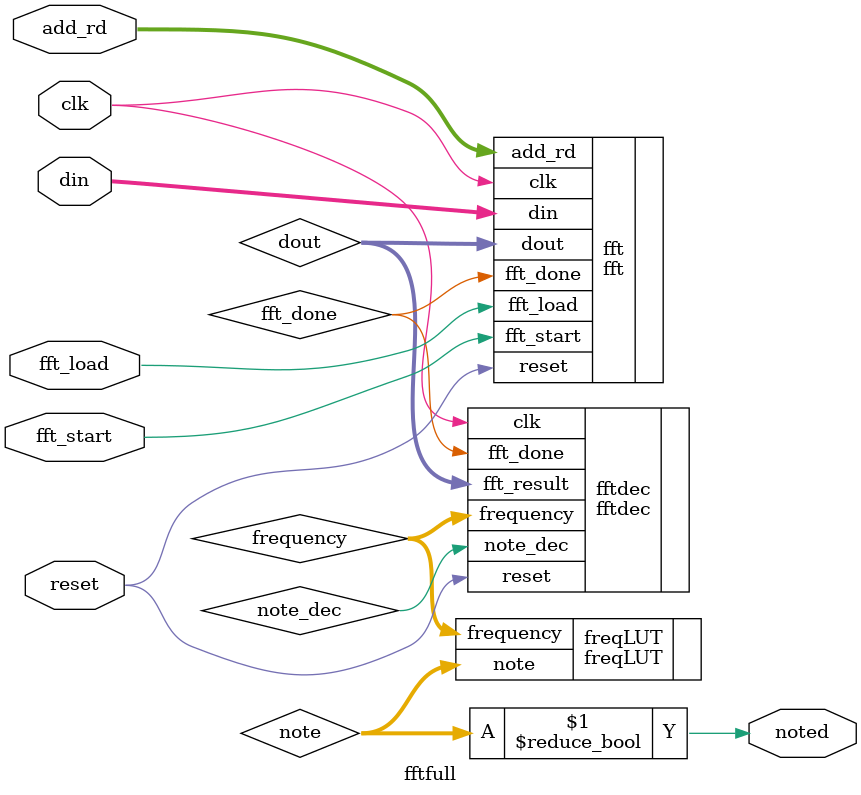
<source format=sv>

module fftfull #(parameter BIT_WIDTH = 16, N = 9, FFT_SIZE = 512, FS = 48000)
                (input logic clk, reset,
				 input logic fft_load, fft_start,
				 input logic [BIT_WIDTH - 1:0] din,
                 input logic [N - 1:0] add_rd,
                 output logic noted);
				 
// fft logic
logic [2*BIT_WIDTH - 1:0] dout;
logic fft_done;

// fftdec logic
logic [BIT_WIDTH:0] frequency;
logic note_dec;

fft #(.BIT_WIDTH(BIT_WIDTH), .N(N))
    fft(.clk(clk),
        .reset(reset),
        .fft_start(fft_start),
        .fft_load(fft_load),
        .add_rd(add_rd),
        .din(din),
        .dout(dout),
        .fft_done(fft_done));

fftdec #(.BIT_WIDTH(BIT_WIDTH), .N(N), .FFT_SIZE(FFT_SIZE), .FS(FS))
    fftdec(.clk(clk),
           .reset(reset),
           .fft_done(fft_done),
           .fft_result(dout),
           .frequency(frequency),
           .note_dec(note_dec));

freqLUT #(.BIT_WIDTH(BIT_WIDTH))
    freqLUT(.frequency(frequency),
            .note(note));

logic [7:0] note;
assign noted = (note != 8'b0000_0000);

endmodule
</source>
